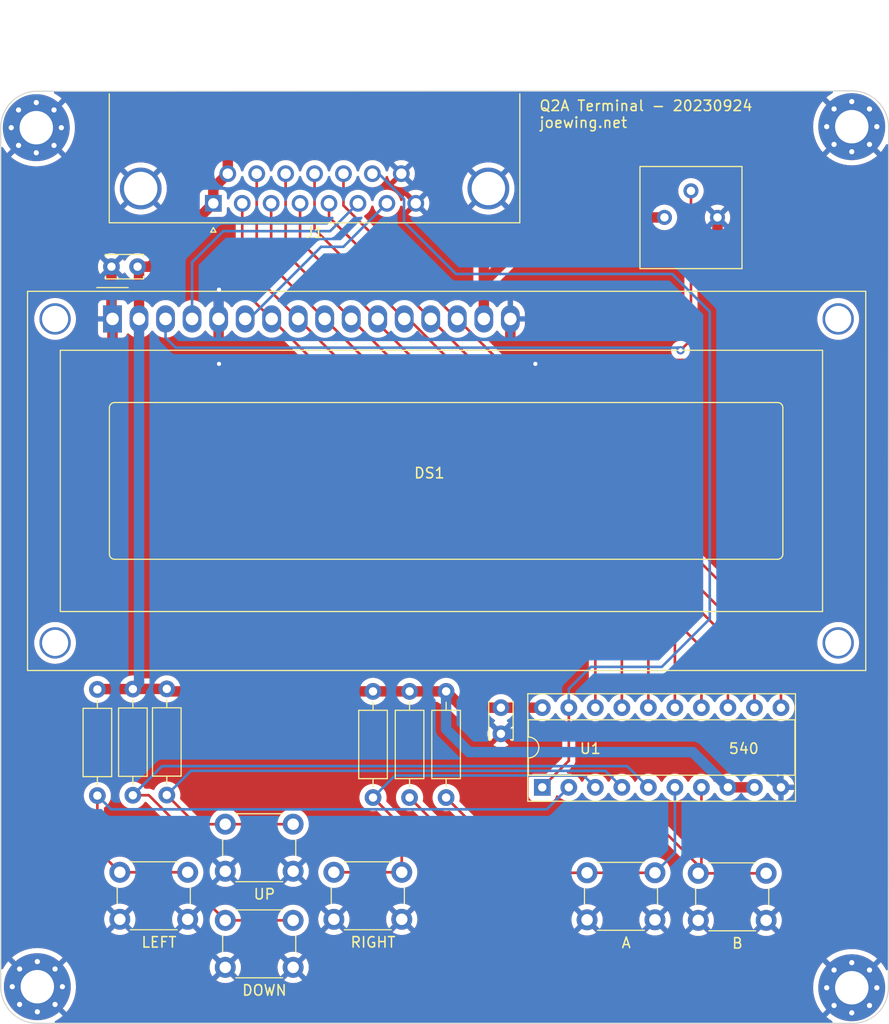
<source format=kicad_pcb>
(kicad_pcb (version 20221018) (generator pcbnew)
  (layers (0 "F.Cu" signal) (31 "B.Cu" signal) (34 "B.Paste" user) (35 "F.Paste" user) (36 "B.SilkS" user "B.Silkscreen") (37 "F.SilkS" user "F.Silkscreen") (38 "B.Mask" user) (39 "F.Mask" user) (44 "Edge.Cuts" user))
  (net 0 "")
  (net 1 "GND")
  (net 2 "VCC")
  (net 3 "Net-(DS1-VO)")
  (net 4 "~{IOCMD}")
  (net 5 "~{IOWR}")
  (net 6 "IO0")
  (net 7 "IO1")
  (net 8 "IO2")
  (net 9 "IO3")
  (net 10 "IO4")
  (net 11 "IO5")
  (net 12 "IO6")
  (net 13 "IO7")
  (net 14 "Net-(U1-A4)")
  (net 15 "~{IORD}")
  (net 16 "Net-(U1-A5)")
  (net 17 "Net-(U1-A2)")
  (net 18 "Net-(U1-A3)")
  (net 19 "Net-(U1-A0)")
  (net 20 "Net-(U1-A1)")
  (footprint "Resistor_THT:R_Axial_DIN0207_L6.3mm_D2.5mm_P10.16mm_Horizontal" (layer "F.Cu") (at 119.05 111.64 -90)
    (fp_text reference "R2" hide)
    (fp_text value "10k" hide)
    (fp_line (start 1.04 0) (end 1.81 0) (stroke (width 0.12)) (layer "F.SilkS"))
    (fp_line (start 1.81 -1.37) (end 1.81 1.37) (stroke (width 0.12)) (layer "F.SilkS"))
    (fp_line (start 1.81 1.37) (end 8.35 1.37) (stroke (width 0.12)) (layer "F.SilkS"))
    (fp_line (start 8.35 -1.37) (end 1.81 -1.37) (stroke (width 0.12)) (layer "F.SilkS"))
    (fp_line (start 8.35 1.37) (end 8.35 -1.37) (stroke (width 0.12)) (layer "F.SilkS"))
    (fp_line (start 9.12 0) (end 8.35 0) (stroke (width 0.12)) (layer "F.SilkS"))
    (pad "1" thru_hole circle (at 0 0 270) (size 1.6 1.6) (drill 0.8) (layers "*.Cu" "*.Mask") (net 2 "VCC"))
    (pad "2" thru_hole oval (at 10.16 0 270) (size 1.6 1.6) (drill 0.8) (layers "*.Cu" "*.Mask") (net 16 "Net-(U1-A5)"))
  )
  (footprint "Button_Switch_THT:SW_PUSH_6mm" (layer "F.Cu") (at 87.8 128.95)
    (fp_text reference "SW5" hide)
    (fp_text value "LEFT" (at 3.75 6.7) (layer "F.SilkS"))
    (fp_line (start -0.25 1.5) (end -0.25 3) (stroke (width 0.12)) (layer "F.SilkS"))
    (fp_line (start 1 5.5) (end 5.5 5.5) (stroke (width 0.12)) (layer "F.SilkS"))
    (fp_line (start 5.5 -1) (end 1 -1) (stroke (width 0.12)) (layer "F.SilkS"))
    (fp_line (start 6.75 3) (end 6.75 1.5) (stroke (width 0.12)) (layer "F.SilkS"))
    (pad "1" thru_hole circle (at 0 0 90) (size 2 2) (drill 1.1) (layers "*.Cu" "*.Mask") (net 19 "Net-(U1-A0)"))
    (pad "1" thru_hole circle (at 6.5 0 90) (size 2 2) (drill 1.1) (layers "*.Cu" "*.Mask") (net 19 "Net-(U1-A0)"))
    (pad "2" thru_hole circle (at 0 4.5 90) (size 2 2) (drill 1.1) (layers "*.Cu" "*.Mask") (net 1 "GND"))
    (pad "2" thru_hole circle (at 6.5 4.5 90) (size 2 2) (drill 1.1) (layers "*.Cu" "*.Mask") (net 1 "GND"))
  )
  (footprint "Capacitor_THT:C_Disc_D3.4mm_W2.1mm_P2.50mm" (layer "F.Cu") (at 124.3 113.2 -90)
    (fp_text reference "C1" hide)
    (fp_text value "0.1u" hide)
    (fp_line (start -0.57 -1.17) (end -0.57 -0.925) (stroke (width 0.12)) (layer "F.SilkS"))
    (fp_line (start -0.57 -1.17) (end 3.07 -1.17) (stroke (width 0.12)) (layer "F.SilkS"))
    (fp_line (start -0.57 0.925) (end -0.57 1.17) (stroke (width 0.12)) (layer "F.SilkS"))
    (fp_line (start -0.57 1.17) (end 3.07 1.17) (stroke (width 0.12)) (layer "F.SilkS"))
    (fp_line (start 3.07 -1.17) (end 3.07 -0.925) (stroke (width 0.12)) (layer "F.SilkS"))
    (fp_line (start 3.07 0.925) (end 3.07 1.17) (stroke (width 0.12)) (layer "F.SilkS"))
    (pad "1" thru_hole circle (at 0 0 270) (size 1.6 1.6) (drill 0.8) (layers "*.Cu" "*.Mask") (net 2 "VCC"))
    (pad "2" thru_hole circle (at 2.5 0 270) (size 1.6 1.6) (drill 0.8) (layers "*.Cu" "*.Mask") (net 1 "GND"))
  )
  (footprint "Resistor_THT:R_Axial_DIN0207_L6.3mm_D2.5mm_P10.16mm_Horizontal" (layer "F.Cu") (at 112.05 111.64 -90)
    (fp_text reference "R6" hide)
    (fp_text value "10k" hide)
    (fp_line (start 1.04 0) (end 1.81 0) (stroke (width 0.12)) (layer "F.SilkS"))
    (fp_line (start 1.81 -1.37) (end 1.81 1.37) (stroke (width 0.12)) (layer "F.SilkS"))
    (fp_line (start 1.81 1.37) (end 8.35 1.37) (stroke (width 0.12)) (layer "F.SilkS"))
    (fp_line (start 8.35 -1.37) (end 1.81 -1.37) (stroke (width 0.12)) (layer "F.SilkS"))
    (fp_line (start 8.35 1.37) (end 8.35 -1.37) (stroke (width 0.12)) (layer "F.SilkS"))
    (fp_line (start 9.12 0) (end 8.35 0) (stroke (width 0.12)) (layer "F.SilkS"))
    (pad "1" thru_hole circle (at 0 0 270) (size 1.6 1.6) (drill 0.8) (layers "*.Cu" "*.Mask") (net 2 "VCC"))
    (pad "2" thru_hole oval (at 10.16 0 270) (size 1.6 1.6) (drill 0.8) (layers "*.Cu" "*.Mask") (net 20 "Net-(U1-A1)"))
  )
  (footprint "Resistor_THT:R_Axial_DIN0207_L6.3mm_D2.5mm_P10.16mm_Horizontal" (layer "F.Cu") (at 92.3 111.4 -90)
    (fp_text reference "R3" hide)
    (fp_text value "10k" hide)
    (fp_line (start 1.04 0) (end 1.81 0) (stroke (width 0.12)) (layer "F.SilkS"))
    (fp_line (start 1.81 -1.37) (end 1.81 1.37) (stroke (width 0.12)) (layer "F.SilkS"))
    (fp_line (start 1.81 1.37) (end 8.35 1.37) (stroke (width 0.12)) (layer "F.SilkS"))
    (fp_line (start 8.35 -1.37) (end 1.81 -1.37) (stroke (width 0.12)) (layer "F.SilkS"))
    (fp_line (start 8.35 1.37) (end 8.35 -1.37) (stroke (width 0.12)) (layer "F.SilkS"))
    (fp_line (start 9.12 0) (end 8.35 0) (stroke (width 0.12)) (layer "F.SilkS"))
    (pad "1" thru_hole circle (at 0 0 270) (size 1.6 1.6) (drill 0.8) (layers "*.Cu" "*.Mask") (net 2 "VCC"))
    (pad "2" thru_hole oval (at 10.16 0 270) (size 1.6 1.6) (drill 0.8) (layers "*.Cu" "*.Mask") (net 17 "Net-(U1-A2)"))
  )
  (footprint "Potentiometer_THT:Potentiometer_Bourns_3386P_Vertical" (layer "F.Cu") (at 145.04 66.285 90)
    (fp_text reference "RV1" hide)
    (fp_text value "10k" hide)
    (fp_line (start -4.9 -7.425) (end -4.9 2.345) (stroke (width 0.12)) (layer "F.SilkS"))
    (fp_line (start -4.9 -7.425) (end 4.87 -7.425) (stroke (width 0.12)) (layer "F.SilkS"))
    (fp_line (start -4.9 2.345) (end 4.87 2.345) (stroke (width 0.12)) (layer "F.SilkS"))
    (fp_line (start 4.87 -7.425) (end 4.87 2.345) (stroke (width 0.12)) (layer "F.SilkS"))
    (pad "1" thru_hole circle (at 0 0 90) (size 1.44 1.44) (drill 0.8) (layers "*.Cu" "*.Mask") (net 1 "GND"))
    (pad "2" thru_hole circle (at 2.54 -2.54 90) (size 1.44 1.44) (drill 0.8) (layers "*.Cu" "*.Mask") (net 3 "Net-(DS1-VO)"))
    (pad "3" thru_hole circle (at 0 -5.08 90) (size 1.44 1.44) (drill 0.8) (layers "*.Cu" "*.Mask") (net 2 "VCC"))
  )
  (footprint "MountingHole:MountingHole_3.2mm_M3_Pad_Via" (layer "F.Cu") (at 79.8 57.7)
    (fp_text reference "H2" hide)
    (fp_text value "MountingHole_Pad" hide)
    (pad "1" thru_hole circle (at -2.4 0) (size 0.8 0.8) (drill 0.5) (layers "*.Cu" "*.Mask") (net 1 "GND"))
    (pad "1" thru_hole circle (at -1.697056 -1.697056) (size 0.8 0.8) (drill 0.5) (layers "*.Cu" "*.Mask") (net 1 "GND"))
    (pad "1" thru_hole circle (at -1.697056 1.697056) (size 0.8 0.8) (drill 0.5) (layers "*.Cu" "*.Mask") (net 1 "GND"))
    (pad "1" thru_hole circle (at 0 -2.4) (size 0.8 0.8) (drill 0.5) (layers "*.Cu" "*.Mask") (net 1 "GND"))
    (pad "1" thru_hole circle (at 0 0) (size 6.4 6.4) (drill 3.2) (layers "*.Cu" "*.Mask") (net 1 "GND"))
    (pad "1" thru_hole circle (at 0 2.4) (size 0.8 0.8) (drill 0.5) (layers "*.Cu" "*.Mask") (net 1 "GND"))
    (pad "1" thru_hole circle (at 1.697056 -1.697056) (size 0.8 0.8) (drill 0.5) (layers "*.Cu" "*.Mask") (net 1 "GND"))
    (pad "1" thru_hole circle (at 1.697056 1.697056) (size 0.8 0.8) (drill 0.5) (layers "*.Cu" "*.Mask") (net 1 "GND"))
    (pad "1" thru_hole circle (at 2.4 0) (size 0.8 0.8) (drill 0.5) (layers "*.Cu" "*.Mask") (net 1 "GND"))
  )
  (footprint "Button_Switch_THT:SW_PUSH_6mm" (layer "F.Cu") (at 97.9 124.35)
    (fp_text reference "SW3" hide)
    (fp_text value "UP" (at 3.75 6.7) (layer "F.SilkS"))
    (fp_line (start -0.25 1.5) (end -0.25 3) (stroke (width 0.12)) (layer "F.SilkS"))
    (fp_line (start 1 5.5) (end 5.5 5.5) (stroke (width 0.12)) (layer "F.SilkS"))
    (fp_line (start 5.5 -1) (end 1 -1) (stroke (width 0.12)) (layer "F.SilkS"))
    (fp_line (start 6.75 3) (end 6.75 1.5) (stroke (width 0.12)) (layer "F.SilkS"))
    (pad "1" thru_hole circle (at 0 0 90) (size 2 2) (drill 1.1) (layers "*.Cu" "*.Mask") (net 17 "Net-(U1-A2)"))
    (pad "1" thru_hole circle (at 6.5 0 90) (size 2 2) (drill 1.1) (layers "*.Cu" "*.Mask") (net 17 "Net-(U1-A2)"))
    (pad "2" thru_hole circle (at 0 4.5 90) (size 2 2) (drill 1.1) (layers "*.Cu" "*.Mask") (net 1 "GND"))
    (pad "2" thru_hole circle (at 6.5 4.5 90) (size 2 2) (drill 1.1) (layers "*.Cu" "*.Mask") (net 1 "GND"))
  )
  (footprint "Display:WC1602A" (layer "F.Cu") (at 87.10052 75.9993)
    (fp_text reference "DS1" (at 30.34948 14.7507) (layer "F.SilkS"))
    (fp_text value "WC1602A")
    (fp_line (start -8.14 -2.64) (end -8.14 33.64) (stroke (width 0.12)) (layer "F.SilkS"))
    (fp_line (start -8.14 33.64) (end 72.14 33.64) (stroke (width 0.12)) (layer "F.SilkS"))
    (fp_line (start -8.13 -2.64) (end -7.34 -2.64) (stroke (width 0.12)) (layer "F.SilkS"))
    (fp_line (start -5 3) (end 68 3) (stroke (width 0.12)) (layer "F.SilkS"))
    (fp_line (start -5 28) (end -5 3) (stroke (width 0.12)) (layer "F.SilkS"))
    (fp_line (start -1.5 -3) (end 1.5 -3) (stroke (width 0.12)) (layer "F.SilkS"))
    (fp_line (start -0.29972 22.49932) (end -0.29972 8.5) (stroke (width 0.12)) (layer "F.SilkS"))
    (fp_line (start 0.2 8) (end 63.7 8) (stroke (width 0.12)) (layer "F.SilkS"))
    (fp_line (start 63.70066 23) (end 0.2 23) (stroke (width 0.12)) (layer "F.SilkS"))
    (fp_line (start 64.2 8.5) (end 64.2 22.5) (stroke (width 0.12)) (layer "F.SilkS"))
    (fp_line (start 68 3) (end 68 28) (stroke (width 0.12)) (layer "F.SilkS"))
    (fp_line (start 68 28) (end -5 28) (stroke (width 0.12)) (layer "F.SilkS"))
    (fp_line (start 72.14 -2.64) (end -7.34 -2.64) (stroke (width 0.12)) (layer "F.SilkS"))
    (fp_line (start 72.14 33.64) (end 72.14 -2.64) (stroke (width 0.12)) (layer "F.SilkS"))
    (fp_arc (start -0.29972 8.49884) (mid -0.153162 8.145018) (end 0.20066 7.99846) (stroke (width 0.12)) (layer "F.SilkS"))
    (fp_arc (start 0.20066 22.9997) (mid -0.153162 22.853142) (end -0.29972 22.49932) (stroke (width 0.12)) (layer "F.SilkS"))
    (fp_arc (start 63.7 8) (mid 64.053553 8.146447) (end 64.2 8.5) (stroke (width 0.12)) (layer "F.SilkS"))
    (fp_arc (start 64.20104 22.49932) (mid 64.054479 22.85315) (end 63.70066 22.9997) (stroke (width 0.12)) (layer "F.SilkS"))
    (pad "" thru_hole circle (at -5.4991 0) (size 3 3) (drill 2.5) (layers "*.Cu" "*.Mask"))
    (pad "" thru_hole circle (at -5.4991 31.0007) (size 3 3) (drill 2.5) (layers "*.Cu" "*.Mask"))
    (pad "" thru_hole circle (at 69.49948 31.0007) (size 3 3) (drill 2.5) (layers "*.Cu" "*.Mask"))
    (pad "" thru_hole circle (at 69.5 0) (size 3 3) (drill 2.5) (layers "*.Cu" "*.Mask"))
    (pad "1" thru_hole rect (at 0 0) (size 1.8 2.6) (drill 1.2) (layers "*.Cu" "*.Mask") (net 1 "GND"))
    (pad "2" thru_hole oval (at 2.54 0) (size 1.8 2.6) (drill 1.2) (layers "*.Cu" "*.Mask") (net 2 "VCC"))
    (pad "3" thru_hole oval (at 5.08 0) (size 1.8 2.6) (drill 1.2) (layers "*.Cu" "*.Mask") (net 3 "Net-(DS1-VO)"))
    (pad "4" thru_hole oval (at 7.62 0) (size 1.8 2.6) (drill 1.2) (layers "*.Cu" "*.Mask") (net 4 "~{IOCMD}"))
    (pad "5" thru_hole oval (at 10.16 0) (size 1.8 2.6) (drill 1.2) (layers "*.Cu" "*.Mask") (net 1 "GND"))
    (pad "6" thru_hole oval (at 12.7 0) (size 1.8 2.6) (drill 1.2) (layers "*.Cu" "*.Mask") (net 5 "~{IOWR}"))
    (pad "7" thru_hole oval (at 15.24 0) (size 1.8 2.6) (drill 1.2) (layers "*.Cu" "*.Mask") (net 6 "IO0"))
    (pad "8" thru_hole oval (at 17.78 0) (size 1.8 2.6) (drill 1.2) (layers "*.Cu" "*.Mask") (net 7 "IO1"))
    (pad "9" thru_hole oval (at 20.32 0) (size 1.8 2.6) (drill 1.2) (layers "*.Cu" "*.Mask") (net 8 "IO2"))
    (pad "10" thru_hole oval (at 22.86 0) (size 1.8 2.6) (drill 1.2) (layers "*.Cu" "*.Mask") (net 9 "IO3"))
    (pad "11" thru_hole oval (at 25.4 0) (size 1.8 2.6) (drill 1.2) (layers "*.Cu" "*.Mask") (net 10 "IO4"))
    (pad "12" thru_hole oval (at 27.94 0) (size 1.8 2.6) (drill 1.2) (layers "*.Cu" "*.Mask") (net 11 "IO5"))
    (pad "13" thru_hole oval (at 30.48 0) (size 1.8 2.6) (drill 1.2) (layers "*.Cu" "*.Mask") (net 12 "IO6"))
    (pad "14" thru_hole oval (at 33.02 0) (size 1.8 2.6) (drill 1.2) (layers "*.Cu" "*.Mask") (net 13 "IO7"))
    (pad "15" thru_hole oval (at 35.56 0) (size 1.8 2.6) (drill 1.2) (layers "*.Cu" "*.Mask") (net 2 "VCC"))
    (pad "16" thru_hole oval (at 38.1 0) (size 1.8 2.6) (drill 1.2) (layers "*.Cu" "*.Mask") (net 1 "GND"))
  )
  (footprint "MountingHole:MountingHole_3.2mm_M3_Pad_Via" (layer "F.Cu") (at 157.9 57.602944)
    (fp_text reference "H1" hide)
    (fp_text value "MountingHole_Pad" hide)
    (pad "1" thru_hole circle (at -2.4 0) (size 0.8 0.8) (drill 0.5) (layers "*.Cu" "*.Mask") (net 1 "GND"))
    (pad "1" thru_hole circle (at -1.697056 -1.697056) (size 0.8 0.8) (drill 0.5) (layers "*.Cu" "*.Mask") (net 1 "GND"))
    (pad "1" thru_hole circle (at -1.697056 1.697056) (size 0.8 0.8) (drill 0.5) (layers "*.Cu" "*.Mask") (net 1 "GND"))
    (pad "1" thru_hole circle (at 0 -2.4) (size 0.8 0.8) (drill 0.5) (layers "*.Cu" "*.Mask") (net 1 "GND"))
    (pad "1" thru_hole circle (at 0 0) (size 6.4 6.4) (drill 3.2) (layers "*.Cu" "*.Mask") (net 1 "GND"))
    (pad "1" thru_hole circle (at 0 2.4) (size 0.8 0.8) (drill 0.5) (layers "*.Cu" "*.Mask") (net 1 "GND"))
    (pad "1" thru_hole circle (at 1.697056 -1.697056) (size 0.8 0.8) (drill 0.5) (layers "*.Cu" "*.Mask") (net 1 "GND"))
    (pad "1" thru_hole circle (at 1.697056 1.697056) (size 0.8 0.8) (drill 0.5) (layers "*.Cu" "*.Mask") (net 1 "GND"))
    (pad "1" thru_hole circle (at 2.4 0) (size 0.8 0.8) (drill 0.5) (layers "*.Cu" "*.Mask") (net 1 "GND"))
  )
  (footprint "Capacitor_THT:C_Disc_D3.4mm_W2.1mm_P2.50mm" (layer "F.Cu") (at 89.5 71 180)
    (fp_text reference "C2" hide)
    (fp_text value "0.1u" hide)
    (fp_line (start -0.57 -1.17) (end -0.57 -0.925) (stroke (width 0.12)) (layer "F.SilkS"))
    (fp_line (start -0.57 -1.17) (end 3.07 -1.17) (stroke (width 0.12)) (layer "F.SilkS"))
    (fp_line (start -0.57 0.925) (end -0.57 1.17) (stroke (width 0.12)) (layer "F.SilkS"))
    (fp_line (start -0.57 1.17) (end 3.07 1.17) (stroke (width 0.12)) (layer "F.SilkS"))
    (fp_line (start 3.07 -1.17) (end 3.07 -0.925) (stroke (width 0.12)) (layer "F.SilkS"))
    (fp_line (start 3.07 0.925) (end 3.07 1.17) (stroke (width 0.12)) (layer "F.SilkS"))
    (pad "1" thru_hole circle (at 0 0 180) (size 1.6 1.6) (drill 0.8) (layers "*.Cu" "*.Mask") (net 2 "VCC"))
    (pad "2" thru_hole circle (at 2.5 0 180) (size 1.6 1.6) (drill 0.8) (layers "*.Cu" "*.Mask") (net 1 "GND"))
  )
  (footprint "Connector_Dsub:DSUB-15_Female_Horizontal_P2.77x2.84mm_EdgePinOffset7.70mm_Housed_MountingHolesOffset9.12mm" (layer "F.Cu") (at 96.755 64.94 180)
    (fp_text reference "J1" (at -9.695 -2.8) (layer "F.SilkS"))
    (fp_text value "IO")
    (fp_line (start -29.355 -1.86) (end 9.965 -1.86) (stroke (width 0.12)) (layer "F.SilkS"))
    (fp_line (start -29.355 10.48) (end -29.355 -1.86) (stroke (width 0.12)) (layer "F.SilkS"))
    (fp_line (start -0.25 -2.754338) (end 0.25 -2.754338) (stroke (width 0.12)) (layer "F.SilkS"))
    (fp_line (start 0 -2.321325) (end -0.25 -2.754338) (stroke (width 0.12)) (layer "F.SilkS"))
    (fp_line (start 0.25 -2.754338) (end 0 -2.321325) (stroke (width 0.12)) (layer "F.SilkS"))
    (fp_line (start 9.965 -1.86) (end 9.965 10.48) (stroke (width 0.12)) (layer "F.SilkS"))
    (pad "0" thru_hole circle (at -26.345 1.42 180) (size 4 4) (drill 3.2) (layers "*.Cu" "*.Mask") (net 1 "GND"))
    (pad "0" thru_hole circle (at 6.955 1.42 180) (size 4 4) (drill 3.2) (layers "*.Cu" "*.Mask") (net 1 "GND"))
    (pad "1" thru_hole rect (at 0 0 180) (size 1.6 1.6) (drill 1) (layers "*.Cu" "*.Mask") (net 2 "VCC"))
    (pad "2" thru_hole circle (at -2.77 0 180) (size 1.6 1.6) (drill 1) (layers "*.Cu" "*.Mask") (net 6 "IO0"))
    (pad "3" thru_hole circle (at -5.54 0 180) (size 1.6 1.6) (drill 1) (layers "*.Cu" "*.Mask") (net 8 "IO2"))
    (pad "4" thru_hole circle (at -8.31 0 180) (size 1.6 1.6) (drill 1) (layers "*.Cu" "*.Mask") (net 10 "IO4"))
    (pad "5" thru_hole circle (at -11.08 0 180) (size 1.6 1.6) (drill 1) (layers "*.Cu" "*.Mask") (net 12 "IO6"))
    (pad "6" thru_hole circle (at -13.85 0 180) (size 1.6 1.6) (drill 1) (layers "*.Cu" "*.Mask") (net 4 "~{IOCMD}"))
    (pad "7" thru_hole circle (at -16.62 0 180) (size 1.6 1.6) (drill 1) (layers "*.Cu" "*.Mask") (net 5 "~{IOWR}"))
    (pad "8" thru_hole circle (at -19.39 0 180) (size 1.6 1.6) (drill 1) (layers "*.Cu" "*.Mask") (net 1 "GND"))
    (pad "9" thru_hole circle (at -1.385 2.84 180) (size 1.6 1.6) (drill 1) (layers "*.Cu" "*.Mask") (net 2 "VCC"))
    (pad "10" thru_hole circle (at -4.155 2.84 180) (size 1.6 1.6) (drill 1) (layers "*.Cu" "*.Mask") (net 7 "IO1"))
    (pad "11" thru_hole circle (at -6.925 2.84 180) (size 1.6 1.6) (drill 1) (layers "*.Cu" "*.Mask") (net 9 "IO3"))
    (pad "12" thru_hole circle (at -9.695 2.84 180) (size 1.6 1.6) (drill 1) (layers "*.Cu" "*.Mask") (net 11 "IO5"))
    (pad "13" thru_hole circle (at -12.465 2.84 180) (size 1.6 1.6) (drill 1) (layers "*.Cu" "*.Mask") (net 13 "IO7"))
    (pad "14" thru_hole circle (at -15.235 2.84 180) (size 1.6 1.6) (drill 1) (layers "*.Cu" "*.Mask") (net 15 "~{IORD}"))
    (pad "15" thru_hole circle (at -18.005 2.84 180) (size 1.6 1.6) (drill 1) (layers "*.Cu" "*.Mask") (net 1 "GND"))
  )
  (footprint "Package_DIP:DIP-20_W7.62mm_Socket" (layer "F.Cu") (at 128.26 120.82 90)
    (fp_text reference "U1" (at 3.7 4.6) (layer "F.SilkS"))
    (fp_text value "540" (at 3.7 19.3) (layer "F.SilkS"))
    (fp_line (start -1.33 -1.39) (end -1.33 24.25) (stroke (width 0.12)) (layer "F.SilkS"))
    (fp_line (start -1.33 24.25) (end 8.95 24.25) (stroke (width 0.12)) (layer "F.SilkS"))
    (fp_line (start 1.16 -1.33) (end 1.16 24.19) (stroke (width 0.12)) (layer "F.SilkS"))
    (fp_line (start 1.16 24.19) (end 6.46 24.19) (stroke (width 0.12)) (layer "F.SilkS"))
    (fp_line (start 2.81 -1.33) (end 1.16 -1.33) (stroke (width 0.12)) (layer "F.SilkS"))
    (fp_line (start 6.46 -1.33) (end 4.81 -1.33) (stroke (width 0.12)) (layer "F.SilkS"))
    (fp_line (start 6.46 24.19) (end 6.46 -1.33) (stroke (width 0.12)) (layer "F.SilkS"))
    (fp_line (start 8.95 -1.39) (end -1.33 -1.39) (stroke (width 0.12)) (layer "F.SilkS"))
    (fp_line (start 8.95 24.25) (end 8.95 -1.39) (stroke (width 0.12)) (layer "F.SilkS"))
    (fp_arc (start 4.81 -1.33) (mid 3.81 -0.33) (end 2.81 -1.33) (stroke (width 0.12)) (layer "F.SilkS"))
    (pad "1" thru_hole rect (at 0 0 90) (size 1.6 1.6) (drill 0.8) (layers "*.Cu" "*.Mask") (net 15 "~{IORD}"))
    (pad "2" thru_hole oval (at 0 2.54 90) (size 1.6 1.6) (drill 0.8) (layers "*.Cu" "*.Mask") (net 19 "Net-(U1-A0)"))
    (pad "3" thru_hole oval (at 0 5.08 90) (size 1.6 1.6) (drill 0.8) (layers "*.Cu" "*.Mask") (net 20 "Net-(U1-A1)"))
    (pad "4" thru_hole oval (at 0 7.62 90) (size 1.6 1.6) (drill 0.8) (layers "*.Cu" "*.Mask") (net 17 "Net-(U1-A2)"))
    (pad "5" thru_hole oval (at 0 10.16 90) (size 1.6 1.6) (drill 0.8) (layers "*.Cu" "*.Mask") (net 18 "Net-(U1-A3)"))
    (pad "6" thru_hole oval (at 0 12.7 90) (size 1.6 1.6) (drill 0.8) (layers "*.Cu" "*.Mask") (net 14 "Net-(U1-A4)"))
    (pad "7" thru_hole oval (at 0 15.24 90) (size 1.6 1.6) (drill 0.8) (layers "*.Cu" "*.Mask") (net 16 "Net-(U1-A5)"))
    (pad "8" thru_hole oval (at 0 17.78 90) (size 1.6 1.6) (drill 0.8) (layers "*.Cu" "*.Mask") (net 2 "VCC"))
    (pad "9" thru_hole oval (at 0 20.32 90) (size 1.6 1.6) (drill 0.8) (layers "*.Cu" "*.Mask") (net 2 "VCC"))
    (pad "10" thru_hole oval (at 0 22.86 90) (size 1.6 1.6) (drill 0.8) (layers "*.Cu" "*.Mask") (net 1 "GND"))
    (pad "11" thru_hole oval (at 7.62 22.86 90) (size 1.6 1.6) (drill 0.8) (layers "*.Cu" "*.Mask") (net 13 "IO7"))
    (pad "12" thru_hole oval (at 7.62 20.32 90) (size 1.6 1.6) (drill 0.8) (layers "*.Cu" "*.Mask") (net 12 "IO6"))
    (pad "13" thru_hole oval (at 7.62 17.78 90) (size 1.6 1.6) (drill 0.8) (layers "*.Cu" "*.Mask") (net 11 "IO5"))
    (pad "14" thru_hole oval (at 7.62 15.24 90) (size 1.6 1.6) (drill 0.8) (layers "*.Cu" "*.Mask") (net 10 "IO4"))
    (pad "15" thru_hole oval (at 7.62 12.7 90) (size 1.6 1.6) (drill 0.8) (layers "*.Cu" "*.Mask") (net 9 "IO3"))
    (pad "16" thru_hole oval (at 7.62 10.16 90) (size 1.6 1.6) (drill 0.8) (layers "*.Cu" "*.Mask") (net 8 "IO2"))
    (pad "17" thru_hole oval (at 7.62 7.62 90) (size 1.6 1.6) (drill 0.8) (layers "*.Cu" "*.Mask") (net 7 "IO1"))
    (pad "18" thru_hole oval (at 7.62 5.08 90) (size 1.6 1.6) (drill 0.8) (layers "*.Cu" "*.Mask") (net 6 "IO0"))
    (pad "19" thru_hole oval (at 7.62 2.54 90) (size 1.6 1.6) (drill 0.8) (layers "*.Cu" "*.Mask") (net 15 "~{IORD}"))
    (pad "20" thru_hole oval (at 7.62 0 90) (size 1.6 1.6) (drill 0.8) (layers "*.Cu" "*.Mask") (net 2 "VCC"))
  )
  (footprint "MountingHole:MountingHole_3.2mm_M3_Pad_Via" (layer "F.Cu") (at 157.9 140)
    (fp_text reference "H4" hide)
    (fp_text value "MountingHole_Pad" hide)
    (pad "1" thru_hole circle (at -2.4 0) (size 0.8 0.8) (drill 0.5) (layers "*.Cu" "*.Mask") (net 1 "GND"))
    (pad "1" thru_hole circle (at -1.697056 -1.697056) (size 0.8 0.8) (drill 0.5) (layers "*.Cu" "*.Mask") (net 1 "GND"))
    (pad "1" thru_hole circle (at -1.697056 1.697056) (size 0.8 0.8) (drill 0.5) (layers "*.Cu" "*.Mask") (net 1 "GND"))
    (pad "1" thru_hole circle (at 0 -2.4) (size 0.8 0.8) (drill 0.5) (layers "*.Cu" "*.Mask") (net 1 "GND"))
    (pad "1" thru_hole circle (at 0 0) (size 6.4 6.4) (drill 3.2) (layers "*.Cu" "*.Mask") (net 1 "GND"))
    (pad "1" thru_hole circle (at 0 2.4) (size 0.8 0.8) (drill 0.5) (layers "*.Cu" "*.Mask") (net 1 "GND"))
    (pad "1" thru_hole circle (at 1.697056 -1.697056) (size 0.8 0.8) (drill 0.5) (layers "*.Cu" "*.Mask") (net 1 "GND"))
    (pad "1" thru_hole circle (at 1.697056 1.697056) (size 0.8 0.8) (drill 0.5) (layers "*.Cu" "*.Mask") (net 1 "GND"))
    (pad "1" thru_hole circle (at 2.4 0) (size 0.8 0.8) (drill 0.5) (layers "*.Cu" "*.Mask") (net 1 "GND"))
  )
  (footprint "Button_Switch_THT:SW_PUSH_6mm" (layer "F.Cu") (at 132.55 129)
    (fp_text reference "SW1" hide)
    (fp_text value "A" (at 3.75 6.7) (layer "F.SilkS"))
    (fp_line (start -0.25 1.5) (end -0.25 3) (stroke (width 0.12)) (layer "F.SilkS"))
    (fp_line (start 1 5.5) (end 5.5 5.5) (stroke (width 0.12)) (layer "F.SilkS"))
    (fp_line (start 5.5 -1) (end 1 -1) (stroke (width 0.12)) (layer "F.SilkS"))
    (fp_line (start 6.75 3) (end 6.75 1.5) (stroke (width 0.12)) (layer "F.SilkS"))
    (pad "1" thru_hole circle (at 0 0 90) (size 2 2) (drill 1.1) (layers "*.Cu" "*.Mask") (net 14 "Net-(U1-A4)"))
    (pad "1" thru_hole circle (at 6.5 0 90) (size 2 2) (drill 1.1) (layers "*.Cu" "*.Mask") (net 14 "Net-(U1-A4)"))
    (pad "2" thru_hole circle (at 0 4.5 90) (size 2 2) (drill 1.1) (layers "*.Cu" "*.Mask") (net 1 "GND"))
    (pad "2" thru_hole circle (at 6.5 4.5 90) (size 2 2) (drill 1.1) (layers "*.Cu" "*.Mask") (net 1 "GND"))
  )
  (footprint "Resistor_THT:R_Axial_DIN0207_L6.3mm_D2.5mm_P10.16mm_Horizontal" (layer "F.Cu") (at 89.05 111.42 -90)
    (fp_text reference "R4" hide)
    (fp_text value "10k" hide)
    (fp_line (start 1.04 0) (end 1.81 0) (stroke (width 0.12)) (layer "F.SilkS"))
    (fp_line (start 1.81 -1.37) (end 1.81 1.37) (stroke (width 0.12)) (layer "F.SilkS"))
    (fp_line (start 1.81 1.37) (end 8.35 1.37) (stroke (width 0.12)) (layer "F.SilkS"))
    (fp_line (start 8.35 -1.37) (end 1.81 -1.37) (stroke (width 0.12)) (layer "F.SilkS"))
    (fp_line (start 8.35 1.37) (end 8.35 -1.37) (stroke (width 0.12)) (layer "F.SilkS"))
    (fp_line (start 9.12 0) (end 8.35 0) (stroke (width 0.12)) (layer "F.SilkS"))
    (pad "1" thru_hole circle (at 0 0 270) (size 1.6 1.6) (drill 0.8) (layers "*.Cu" "*.Mask") (net 2 "VCC"))
    (pad "2" thru_hole oval (at 10.16 0 270) (size 1.6 1.6) (drill 0.8) (layers "*.Cu" "*.Mask") (net 18 "Net-(U1-A3)"))
  )
  (footprint "Resistor_THT:R_Axial_DIN0207_L6.3mm_D2.5mm_P10.16mm_Horizontal" (layer "F.Cu") (at 115.55 111.64 -90)
    (fp_text reference "R1" hide)
    (fp_text value "10k" hide)
    (fp_line (start 1.04 0) (end 1.81 0) (stroke (width 0.12)) (layer "F.SilkS"))
    (fp_line (start 1.81 -1.37) (end 1.81 1.37) (stroke (width 0.12)) (layer "F.SilkS"))
    (fp_line (start 1.81 1.37) (end 8.35 1.37) (stroke (width 0.12)) (layer "F.SilkS"))
    (fp_line (start 8.35 -1.37) (end 1.81 -1.37) (stroke (width 0.12)) (layer "F.SilkS"))
    (fp_line (start 8.35 1.37) (end 8.35 -1.37) (stroke (width 0.12)) (layer "F.SilkS"))
    (fp_line (start 9.12 0) (end 8.35 0) (stroke (width 0.12)) (layer "F.SilkS"))
    (pad "1" thru_hole circle (at 0 0 270) (size 1.6 1.6) (drill 0.8) (layers "*.Cu" "*.Mask") (net 2 "VCC"))
    (pad "2" thru_hole oval (at 10.16 0 270) (size 1.6 1.6) (drill 0.8) (layers "*.Cu" "*.Mask") (net 14 "Net-(U1-A4)"))
  )
  (footprint "Button_Switch_THT:SW_PUSH_6mm" (layer "F.Cu") (at 108.3 128.95)
    (fp_text reference "SW6" hide)
    (fp_text value "RIGHT" (at 3.75 6.7) (layer "F.SilkS"))
    (fp_line (start -0.25 1.5) (end -0.25 3) (stroke (width 0.12)) (layer "F.SilkS"))
    (fp_line (start 1 5.5) (end 5.5 5.5) (stroke (width 0.12)) (layer "F.SilkS"))
    (fp_line (start 5.5 -1) (end 1 -1) (stroke (width 0.12)) (layer "F.SilkS"))
    (fp_line (start 6.75 3) (end 6.75 1.5) (stroke (width 0.12)) (layer "F.SilkS"))
    (pad "1" thru_hole circle (at 0 0 90) (size 2 2) (drill 1.1) (layers "*.Cu" "*.Mask") (net 20 "Net-(U1-A1)"))
    (pad "1" thru_hole circle (at 6.5 0 90) (size 2 2) (drill 1.1) (layers "*.Cu" "*.Mask") (net 20 "Net-(U1-A1)"))
    (pad "2" thru_hole circle (at 0 4.5 90) (size 2 2) (drill 1.1) (layers "*.Cu" "*.Mask") (net 1 "GND"))
    (pad "2" thru_hole circle (at 6.5 4.5 90) (size 2 2) (drill 1.1) (layers "*.Cu" "*.Mask") (net 1 "GND"))
  )
  (footprint "Button_Switch_THT:SW_PUSH_6mm" (layer "F.Cu") (at 97.9 133.55)
    (fp_text reference "SW4" hide)
    (fp_text value "DOWN" (at 3.75 6.7) (layer "F.SilkS"))
    (fp_line (start -0.25 1.5) (end -0.25 3) (stroke (width 0.12)) (layer "F.SilkS"))
    (fp_line (start 1 5.5) (end 5.5 5.5) (stroke (width 0.12)) (layer "F.SilkS"))
    (fp_line (start 5.5 -1) (end 1 -1) (stroke (width 0.12)) (layer "F.SilkS"))
    (fp_line (start 6.75 3) (end 6.75 1.5) (stroke (width 0.12)) (layer "F.SilkS"))
    (pad "1" thru_hole circle (at 0 0 90) (size 2 2) (drill 1.1) (layers "*.Cu" "*.Mask") (net 18 "Net-(U1-A3)"))
    (pad "1" thru_hole circle (at 6.5 0 90) (size 2 2) (drill 1.1) (layers "*.Cu" "*.Mask") (net 18 "Net-(U1-A3)"))
    (pad "2" thru_hole circle (at 0 4.5 90) (size 2 2) (drill 1.1) (layers "*.Cu" "*.Mask") (net 1 "GND"))
    (pad "2" thru_hole circle (at 6.5 4.5 90) (size 2 2) (drill 1.1) (layers "*.Cu" "*.Mask") (net 1 "GND"))
  )
  (footprint "MountingHole:MountingHole_3.2mm_M3_Pad_Via" (layer "F.Cu") (at 79.9 139.9)
    (fp_text reference "H3" hide)
    (fp_text value "MountingHole_Pad" hide)
    (pad "1" thru_hole circle (at -2.4 0) (size 0.8 0.8) (drill 0.5) (layers "*.Cu" "*.Mask") (net 1 "GND"))
    (pad "1" thru_hole circle (at -1.697056 -1.697056) (size 0.8 0.8) (drill 0.5) (layers "*.Cu" "*.Mask") (net 1 "GND"))
    (pad "1" thru_hole circle (at -1.697056 1.697056) (size 0.8 0.8) (drill 0.5) (layers "*.Cu" "*.Mask") (net 1 "GND"))
    (pad "1" thru_hole circle (at 0 -2.4) (size 0.8 0.8) (drill 0.5) (layers "*.Cu" "*.Mask") (net 1 "GND"))
    (pad "1" thru_hole circle (at 0 0) (size 6.4 6.4) (drill 3.2) (layers "*.Cu" "*.Mask") (net 1 "GND"))
    (pad "1" thru_hole circle (at 0 2.4) (size 0.8 0.8) (drill 0.5) (layers "*.Cu" "*.Mask") (net 1 "GND"))
    (pad "1" thru_hole circle (at 1.697056 -1.697056) (size 0.8 0.8) (drill 0.5) (layers "*.Cu" "*.Mask") (net 1 "GND"))
    (pad "1" thru_hole circle (at 1.697056 1.697056) (size 0.8 0.8) (drill 0.5) (layers "*.Cu" "*.Mask") (net 1 "GND"))
    (pad "1" thru_hole circle (at 2.4 0) (size 0.8 0.8) (drill 0.5) (layers "*.Cu" "*.Mask") (net 1 "GND"))
  )
  (footprint "Button_Switch_THT:SW_PUSH_6mm" (layer "F.Cu") (at 143.2 129.05)
    (fp_text reference "SW2" hide)
    (fp_text value "B" (at 3.75 6.7) (layer "F.SilkS"))
    (fp_line (start -0.25 1.5) (end -0.25 3) (stroke (width 0.12)) (layer "F.SilkS"))
    (fp_line (start 1 5.5) (end 5.5 5.5) (stroke (width 0.12)) (layer "F.SilkS"))
    (fp_line (start 5.5 -1) (end 1 -1) (stroke (width 0.12)) (layer "F.SilkS"))
    (fp_line (start 6.75 3) (end 6.75 1.5) (stroke (width 0.12)) (layer "F.SilkS"))
    (pad "1" thru_hole circle (at 0 0 90) (size 2 2) (drill 1.1) (layers "*.Cu" "*.Mask") (net 16 "Net-(U1-A5)"))
    (pad "1" thru_hole circle (at 6.5 0 90) (size 2 2) (drill 1.1) (layers "*.Cu" "*.Mask") (net 16 "Net-(U1-A5)"))
    (pad "2" thru_hole circle (at 0 4.5 90) (size 2 2) (drill 1.1) (layers "*.Cu" "*.Mask") (net 1 "GND"))
    (pad "2" thru_hole circle (at 6.5 4.5 90) (size 2 2) (drill 1.1) (layers "*.Cu" "*.Mask") (net 1 "GND"))
  )
  (footprint "Resistor_THT:R_Axial_DIN0207_L6.3mm_D2.5mm_P10.16mm_Horizontal" (layer "F.Cu") (at 85.65 111.45 -90)
    (fp_text reference "R5" hide)
    (fp_text value "10k" hide)
    (fp_line (start 1.04 0) (end 1.81 0) (stroke (width 0.12)) (layer "F.SilkS"))
    (fp_line (start 1.81 -1.37) (end 1.81 1.37) (stroke (width 0.12)) (layer "F.SilkS"))
    (fp_line (start 1.81 1.37) (end 8.35 1.37) (stroke (width 0.12)) (layer "F.SilkS"))
    (fp_line (start 8.35 -1.37) (end 1.81 -1.37) (stroke (width 0.12)) (layer "F.SilkS"))
    (fp_line (start 8.35 1.37) (end 8.35 -1.37) (stroke (width 0.12)) (layer "F.SilkS"))
    (fp_line (start 9.12 0) (end 8.35 0) (stroke (width 0.12)) (layer "F.SilkS"))
    (pad "1" thru_hole circle (at 0 0 270) (size 1.6 1.6) (drill 0.8) (layers "*.Cu" "*.Mask") (net 2 "VCC"))
    (pad "2" thru_hole oval (at 10.16 0 270) (size 1.6 1.6) (drill 0.8) (layers "*.Cu" "*.Mask") (net 19 "Net-(U1-A0)"))
  )
  (gr_line (start 80 54.21099) (end 157.925126 54.174874) (stroke (width 0.1)) (layer "Edge.Cuts"))
  (gr_line (start 161.425126 57.674874) (end 161.4 140) (stroke (width 0.1)) (layer "Edge.Cuts"))
  (gr_line (start 158 143.4) (end 79.9 143.4) (stroke (width 0.1)) (layer "Edge.Cuts"))
  (gr_arc (start 157.925126 54.174874) (mid 160.4 55.2) (end 161.425126 57.674874) (stroke (width 0.1)) (layer "Edge.Cuts"))
  (gr_arc (start 76.398572 57.71099) (mid 77.459728 55.2) (end 80 54.21099) (stroke (width 0.1)) (layer "Edge.Cuts"))
  (gr_arc (start 79.9 143.4) (mid 77.425126 142.374874) (end 76.4 139.9) (stroke (width 0.1)) (layer "Edge.Cuts"))
  (gr_arc (start 161.4 140) (mid 160.404163 142.404163) (end 158 143.4) (stroke (width 0.1)) (layer "Edge.Cuts"))
  (gr_line (start 76.4 139.9) (end 76.398572 57.71099) (stroke (width 0.1)) (layer "Edge.Cuts"))
  (gr_text "Q2A Terminal - 20230924\njoewing.net" (at 127.9 57.8) (layer "F.SilkS") (effects (font (size 1 1)) (justify left bottom)))
  (segment (start 97.26052 80.26052) (end 97.3 80.3) (width 1) (layer "F.Cu") (net 1))
  (segment (start 87 71) (end 87 75.89878) (width 1) (layer "F.Cu") (net 1))
  (segment (start 97.3 80.3) (end 88.8 80.3) (width 1) (layer "F.Cu") (net 1))
  (segment (start 145.04 66.285) (end 145.04 79.36) (width 1) (layer "F.Cu") (net 1))
  (segment (start 125.20052 79.00052) (end 126.5 80.3) (width 1) (layer "F.Cu") (net 1))
  (segment (start 125.20052 75.9993) (end 125.20052 79.00052) (width 1) (layer "F.Cu") (net 1))
  (segment (start 126.5 80.3) (end 127.6 80.3) (width 1) (layer "F.Cu") (net 1))
  (segment (start 97.26052 75.9993) (end 97.26052 80.26052) (width 1) (layer "F.Cu") (net 1))
  (segment (start 127.6 80.3) (end 144.1 80.3) (width 1) (layer "F.Cu") (net 1))
  (segment (start 87.10052 78.60052) (end 87.10052 75.9993) (width 1) (layer "F.Cu") (net 1))
  (segment (start 145.04 79.36) (end 144.1 80.3) (width 1) (layer "F.Cu") (net 1))
  (segment (start 88.8 80.3) (end 87.10052 78.60052) (width 1) (layer "F.Cu") (net 1))
  (via (at 127.6 80.3) (size 0.8) (drill 0.4) (layers "F.Cu" "B.Cu") (net 1))
  (via (at 97.3 80.3) (size 0.8) (drill 0.4) (layers "F.Cu" "B.Cu") (net 1))
  (via (at 97.3 73.2) (size 0.8) (drill 0.4) (layers "F.Cu" "B.Cu") (net 1))
  (segment (start 97.26052 75.9993) (end 97.26052 73.23948) (width 1) (layer "B.Cu") (net 1))
  (segment (start 97.3 80.3) (end 127.6 80.3) (width 1) (layer "B.Cu") (net 1))
  (segment (start 97.26052 73.23948) (end 97.3 73.2) (width 1) (layer "B.Cu") (net 1))
  (segment (start 146 115.7) (end 151.12 120.82) (width 1) (layer "B.Cu") (net 1))
  (segment (start 124.3 115.7) (end 146 115.7) (width 1) (layer "B.Cu") (net 1))
  (segment (start 112.05 111.64) (end 92.54 111.64) (width 1) (layer "F.Cu") (net 2))
  (segment (start 115.9 58.4) (end 99.7 58.4) (width 1) (layer "F.Cu") (net 2))
  (segment (start 128.87552 66.285) (end 122.66052 72.5) (width 1) (layer "F.Cu") (net 2))
  (segment (start 124.3 113.2) (end 120.61 113.2) (width 1) (layer "F.Cu") (net 2))
  (segment (start 122.66052 75.9993) (end 122.66052 72.5) (width 1) (layer "F.Cu") (net 2))
  (segment (start 139.96 66.285) (end 128.87552 66.285) (width 1) (layer "F.Cu") (net 2))
  (segment (start 92.3 111.4) (end 89.07 111.4) (width 1) (layer "F.Cu") (net 2))
  (segment (start 115.55 111.64) (end 112.05 111.64) (width 1) (layer "F.Cu") (net 2))
  (segment (start 96.755 64.94) (end 96.755 63.485) (width 1) (layer "F.Cu") (net 2))
  (segment (start 124.3 113.2) (end 128.26 113.2) (width 1) (layer "F.Cu") (net 2))
  (segment (start 96.755 63.485) (end 98.14 62.1) (width 1) (layer "F.Cu") (net 2))
  (segment (start 89.64052 75.9993) (end 89.64052 71.14052) (width 1) (layer "F.Cu") (net 2))
  (segment (start 119.05 111.64) (end 115.55 111.64) (width 1) (layer "F.Cu") (net 2))
  (segment (start 146.04 120.82) (end 148.58 120.82) (width 1) (layer "F.Cu") (net 2))
  (segment (start 120.61 113.2) (end 119.05 111.64) (width 1) (layer "F.Cu") (net 2))
  (segment (start 118.8 61.3) (end 115.9 58.4) (width 1) (layer "F.Cu") (net 2))
  (segment (start 122.66052 69.26052) (end 118.8 65.4) (width 1) (layer "F.Cu") (net 2))
  (segment (start 89.05 111.42) (end 85.68 111.42) (width 1) (layer "F.Cu") (net 2))
  (segment (start 98.14 59.96) (end 98.14 62.1) (width 1) (layer "F.Cu") (net 2))
  (segment (start 122.66052 72.5) (end 122.66052 69.26052) (width 1) (layer "F.Cu") (net 2))
  (segment (start 99.7 58.4) (end 98.14 59.96) (width 1) (layer "F.Cu") (net 2))
  (segment (start 118.8 65.4) (end 118.8 61.3) (width 1) (layer "F.Cu") (net 2))
  (segment (start 92.54 111.64) (end 92.3 111.4) (width 1) (layer "F.Cu") (net 2))
  (segment (start 90.695 71) (end 96.755 64.94) (width 1) (layer "F.Cu") (net 2))
  (segment (start 89.5 71) (end 90.695 71) (width 1) (layer "F.Cu") (net 2))
  (segment (start 89.64052 110.82948) (end 89.05 111.42) (width 1) (layer "B.Cu") (net 2))
  (segment (start 142.67 117.45) (end 146.04 120.82) (width 1) (layer "B.Cu") (net 2))
  (segment (start 121.25 117.45) (end 142.67 117.45) (width 1) (layer "B.Cu") (net 2))
  (segment (start 119.05 115.25) (end 121.25 117.45) (width 1) (layer "B.Cu") (net 2))
  (segment (start 89.64052 75.9993) (end 89.64052 110.82948) (width 1) (layer "B.Cu") (net 2))
  (segment (start 119.05 111.64) (end 119.05 115.25) (width 1) (layer "B.Cu") (net 2))
  (segment (start 142.5 63.745) (end 142.5 78) (width 0.25) (layer "F.Cu") (net 3))
  (segment (start 142.5 78) (end 141.5 79) (width 0.25) (layer "F.Cu") (net 3))
  (via (at 141.5 79) (size 0.8) (drill 0.4) (layers "F.Cu" "B.Cu") (net 3))
  (segment (start 93.15 78.75) (end 141.25 78.75) (width 0.25) (layer "B.Cu") (net 3))
  (segment (start 141.25 78.75) (end 141.5 79) (width 0.25) (layer "B.Cu") (net 3))
  (segment (start 92.18052 77.78052) (end 93.15 78.75) (width 0.25) (layer "B.Cu") (net 3))
  (segment (start 92.18052 75.9993) (end 92.18052 77.78052) (width 0.25) (layer "B.Cu") (net 3))
  (segment (start 97.7 67.6) (end 94.72052 70.57948) (width 0.25) (layer "B.Cu") (net 4))
  (segment (start 94.72052 70.57948) (end 94.72052 75.9993) (width 0.25) (layer "B.Cu") (net 4))
  (segment (start 110.605 64.94) (end 107.945 67.6) (width 0.25) (layer "B.Cu") (net 4))
  (segment (start 107.945 67.6) (end 97.7 67.6) (width 0.25) (layer "B.Cu") (net 4))
  (segment (start 109.215 69.1) (end 107.081396 69.1) (width 0.25) (layer "B.Cu") (net 5))
  (segment (start 100.182096 75.9993) (end 107.081396 69.1) (width 0.25) (layer "B.Cu") (net 5))
  (segment (start 113.375 64.94) (end 109.215 69.1) (width 0.25) (layer "B.Cu") (net 5))
  (segment (start 99.525 64.94) (end 99.525 73.18378) (width 0.25) (layer "F.Cu") (net 6))
  (segment (start 133.34 106.99878) (end 102.34052 75.9993) (width 0.25) (layer "F.Cu") (net 6))
  (segment (start 133.34 113.2) (end 133.34 106.99878) (width 0.25) (layer "F.Cu") (net 6))
  (segment (start 99.525 73.18378) (end 102.34052 75.9993) (width 0.25) (layer "F.Cu") (net 6))
  (segment (start 135.88 106.99878) (end 135.88 113.2) (width 0.25) (layer "F.Cu") (net 7))
  (segment (start 104.88052 75.9993) (end 135.88 106.99878) (width 0.25) (layer "F.Cu") (net 7))
  (segment (start 104.88052 75.9993) (end 100.91 72.02878) (width 0.25) (layer "F.Cu") (net 7))
  (segment (start 100.91 72.02878) (end 100.91 62.1) (width 0.25) (layer "F.Cu") (net 7))
  (segment (start 102.295 64.94) (end 102.295 70.87378) (width 0.25) (layer "F.Cu") (net 8))
  (segment (start 102.295 70.87378) (end 107.42052 75.9993) (width 0.25) (layer "F.Cu") (net 8))
  (segment (start 138.42 113.2) (end 138.42 106.99878) (width 0.25) (layer "F.Cu") (net 8))
  (segment (start 138.42 106.99878) (end 107.42052 75.9993) (width 0.25) (layer "F.Cu") (net 8))
  (segment (start 109.96052 75.9993) (end 103.68 69.71878) (width 0.25) (layer "F.Cu") (net 9))
  (segment (start 140.96 106.99878) (end 140.96 113.2) (width 0.25) (layer "F.Cu") (net 9))
  (segment (start 109.96052 75.9993) (end 140.96 106.99878) (width 0.25) (layer "F.Cu") (net 9))
  (segment (start 103.68 69.71878) (end 103.68 62.1) (width 0.25) (layer "F.Cu") (net 9))
  (segment (start 105.065 68.56378) (end 112.50052 75.9993) (width 0.25) (layer "F.Cu") (net 10))
  (segment (start 143.5 113.2) (end 143.5 107.406368) (width 0.25) (layer "F.Cu") (net 10))
  (segment (start 143.5 107.406368) (end 112.50052 76.406888) (width 0.25) (layer "F.Cu") (net 10))
  (segment (start 105.065 64.94) (end 105.065 68.56378) (width 0.25) (layer "F.Cu") (net 10))
  (segment (start 106.45 67.40878) (end 106.45 62.1) (width 0.25) (layer "F.Cu") (net 11))
  (segment (start 146.04 106.591192) (end 146.04 113.2) (width 0.25) (layer "F.Cu") (net 11))
  (segment (start 115.448108 75.9993) (end 146.04 106.591192) (width 0.25) (layer "F.Cu") (net 11))
  (segment (start 115.04052 75.9993) (end 106.45 67.40878) (width 0.25) (layer "F.Cu") (net 11))
  (segment (start 148.58 113.2) (end 148.58 106.99878) (width 0.25) (layer "F.Cu") (net 12))
  (segment (start 107.835 64.94) (end 107.835 66.25378) (width 0.25) (layer "F.Cu") (net 12))
  (segment (start 148.58 106.99878) (end 117.58052 75.9993) (width 0.25) (layer "F.Cu") (net 12))
  (segment (start 107.835 66.25378) (end 117.58052 75.9993) (width 0.25) (layer "F.Cu") (net 12))
  (segment (start 151.12 106.99878) (end 151.12 113.2) (width 0.25) (layer "F.Cu") (net 13))
  (segment (start 120.073309 75.9993) (end 109.22 65.145991) (width 0.25) (layer "F.Cu") (net 13))
  (segment (start 120.12052 75.9993) (end 151.12 106.99878) (width 0.25) (layer "F.Cu") (net 13))
  (segment (start 109.22 65.145991) (end 109.22 62.1) (width 0.25) (layer "F.Cu") (net 13))
  (segment (start 115.55 121.8) (end 122.75 129) (width 0.25) (layer "F.Cu") (net 14))
  (segment (start 122.75 129) (end 133.3 129) (width 0.25) (layer "F.Cu") (net 14))
  (segment (start 139.05 129) (end 132.55 129) (width 0.25) (layer "F.Cu") (net 14))
  (segment (start 140.96 120.82) (end 140.96 127.09) (width 0.25) (layer "B.Cu") (net 14))
  (segment (start 140.96 127.09) (end 139.05 129) (width 0.25) (layer "B.Cu") (net 14))
  (segment (start 130.8 118.28) (end 128.26 120.82) (width 0.25) (layer "F.Cu") (net 15))
  (segment (start 130.8 113.2) (end 130.8 118.28) (width 0.25) (layer "F.Cu") (net 15))
  (segment (start 115.02 64.52) (end 115.02 66.72) (width 0.25) (layer "B.Cu") (net 15))
  (segment (start 112.6 62.1) (end 115.02 64.52) (width 0.25) (layer "B.Cu") (net 15))
  (segment (start 132.9 109.3) (end 130.8 111.4) (width 0.25) (layer "B.Cu") (net 15))
  (segment (start 115.02 66.72) (end 120 71.7) (width 0.25) (layer "B.Cu") (net 15))
  (segment (start 139.7 109.3) (end 132.9 109.3) (width 0.25) (layer "B.Cu") (net 15))
  (segment (start 140.7 71.7) (end 144.3 75.3) (width 0.25) (layer "B.Cu") (net 15))
  (segment (start 144.3 75.3) (end 144.3 104.7) (width 0.25) (layer "B.Cu") (net 15))
  (segment (start 130.8 111.4) (end 130.8 113.2) (width 0.25) (layer "B.Cu") (net 15))
  (segment (start 120 71.7) (end 140.7 71.7) (width 0.25) (layer "B.Cu") (net 15))
  (segment (start 144.3 104.7) (end 139.7 109.3) (width 0.25) (layer "B.Cu") (net 15))
  (segment (start 143.2 129.05) (end 149.7 129.05) (width 0.25) (layer "F.Cu") (net 16))
  (segment (start 121.9 124.65) (end 139.55 124.65) (width 0.25) (layer "F.Cu") (net 16))
  (segment (start 143.5 120.82) (end 143.5 128.6) (width 0.25) (layer "F.Cu") (net 16))
  (segment (start 119.05 121.8) (end 121.9 124.65) (width 0.25) (layer "F.Cu") (net 16))
  (segment (start 139.55 124.65) (end 143.95 129.05) (width 0.25) (layer "F.Cu") (net 16))
  (segment (start 97.9 124.35) (end 104.4 124.35) (width 0.25) (layer "F.Cu") (net 17))
  (segment (start 95.09 124.35) (end 92.3 121.56) (width 0.25) (layer "F.Cu") (net 17))
  (segment (start 97.9 124.35) (end 95.09 124.35) (width 0.25) (layer "F.Cu") (net 17))
  (segment (start 135.88 120.82) (end 134.305 119.245) (width 0.25) (layer "B.Cu") (net 17))
  (segment (start 94.615 119.245) (end 92.3 121.56) (width 0.25) (layer "B.Cu") (net 17))
  (segment (start 134.305 119.245) (end 94.615 119.245) (width 0.25) (layer "B.Cu") (net 17))
  (segment (start 96.1 127.1) (end 90.58 121.58) (width 0.25) (layer "F.Cu") (net 18))
  (segment (start 97.9 133.55) (end 96.1 131.75) (width 0.25) (layer "F.Cu") (net 18))
  (segment (start 97.9 133.55) (end 104.4 133.55) (width 0.25) (layer "F.Cu") (net 18))
  (segment (start 96.1 131.75) (end 96.1 127.1) (width 0.25) (layer "F.Cu") (net 18))
  (segment (start 90.58 121.58) (end 89.05 121.58) (width 0.25) (layer "F.Cu") (net 18))
  (segment (start 138.42 120.82) (end 136.395 118.795) (width 0.25) (layer "B.Cu") (net 18))
  (segment (start 91.835 118.795) (end 89.05 121.58) (width 0.25) (layer "B.Cu") (net 18))
  (segment (start 136.395 118.795) (end 91.835 118.795) (width 0.25) (layer "B.Cu") (net 18))
  (segment (start 87.8 128.95) (end 94.3 128.95) (width 0.25) (layer "F.Cu") (net 19))
  (segment (start 85.65 121.61) (end 85.65 126.8) (width 0.25) (layer "F.Cu") (net 19))
  (segment (start 85.65 126.8) (end 87.8 128.95) (width 0.25) (layer "F.Cu") (net 19))
  (segment (start 130.8 120.82) (end 128.695 122.925) (width 0.25) (layer "B.Cu") (net 19))
  (segment (start 128.695 122.925) (end 86.965 122.925) (width 0.25) (layer "B.Cu") (net 19))
  (segment (start 86.965 122.925) (end 85.65 121.61) (width 0.25) (layer "B.Cu") (net 19))
  (segment (start 114.8 128.95) (end 114.8 124.55) (width 0.25) (layer "F.Cu") (net 20))
  (segment (start 114.8 124.55) (end 112.05 121.8) (width 0.25) (layer "F.Cu") (net 20))
  (segment (start 108.3 128.95) (end 114.8 128.95) (width 0.25) (layer "F.Cu") (net 20))
  (segment (start 114.155 119.695) (end 112.05 121.8) (width 0.25) (layer "B.Cu") (net 20))
  (segment (start 133.34 120.82) (end 132.215 119.695) (width 0.25) (layer "B.Cu") (net 20))
  (segment (start 132.215 119.695) (end 114.155 119.695) (width 0.25) (layer "B.Cu") (net 20))
  (zone (net 1) (net_name "GND") (layer "F.Cu") (connect_pads (clearance 0.5)) (min_thickness 0.25) (fill yes (thermal_gap 0.5) (thermal_bridge_width 0.5))
    (polygon (pts (xy 76.4 47.4) (xy 161.4 47.4) (xy 161.4 143.4) (xy 76.4 143.4)))
  )
  (zone (net 1) (net_name "GND") (layer "B.Cu") (priority 1) (connect_pads (clearance 0.5)) (min_thickness 0.25) (fill yes (thermal_gap 0.5) (thermal_bridge_width 0.5))
    (polygon (pts (xy 76.4 47.4) (xy 161.4 47.4) (xy 161.4 143.4) (xy 76.4 143.4)))
  )
)
</source>
